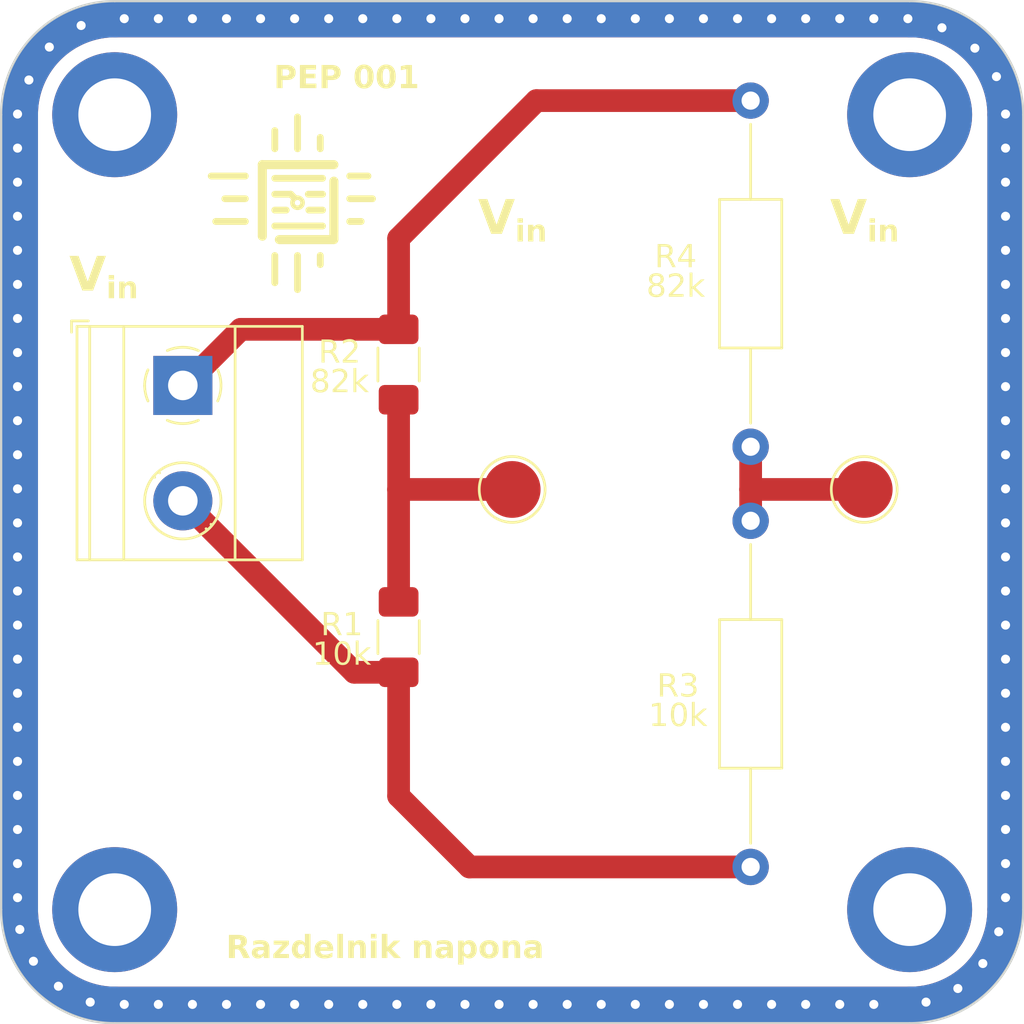
<source format=kicad_pcb>
(kicad_pcb (version 20241229) (generator "pcbnew") (generator_version "9.0")
  (layers (0 "F.Cu" signal) (2 "B.Cu" signal) (13 "F.Paste" user) (15 "B.Paste" user) (5 "F.SilkS" user "F.Silkscreen") (7 "B.SilkS" user "B.Silkscreen") (1 "F.Mask" user) (3 "B.Mask" user) (25 "Edge.Cuts" user))
  (net 0 "")
  (net 1 "Net-(R1-Pad1)")
  (net 2 "0")
  (net 3 "9V")
  (net 4 "Net-(R3-Pad1)")
  (footprint "Resistor_THT:R_Axial_DIN0207_L6.3mm_D2.5mm_P15.24mm_Horizontal" (layer "F.Cu") (at 137 83.88 -90)
    (property "Reference" "R3" (at 7.32 3.2 180) (layer "F.SilkS"))
    (property "Value" "10k" (at 8.62 3.2 180) (layer "F.SilkS"))
    (fp_line (start 4.35 1.37) (end 10.89 1.37) (stroke (width 0.12)) (layer "F.SilkS"))
    (fp_line (start 10.89 1.37) (end 10.89 -1.37) (stroke (width 0.12)) (layer "F.SilkS"))
    (fp_line (start 1.04 0) (end 4.35 0) (stroke (width 0.12)) (layer "F.SilkS"))
    (fp_line (start 14.2 0) (end 10.89 0) (stroke (width 0.12)) (layer "F.SilkS"))
    (fp_line (start 4.35 -1.37) (end 4.35 1.37) (stroke (width 0.12)) (layer "F.SilkS"))
    (fp_line (start 10.89 -1.37) (end 4.35 -1.37) (stroke (width 0.12)) (layer "F.SilkS"))
    (pad "1" thru_hole circle (at 0 0 270) (size 1.6 1.6) (drill 0.8) (layers "*.Cu" "*.Mask") (net 4 "Net-(R3-Pad1)"))
    (pad "2" thru_hole oval (at 15.24 0 270) (size 1.6 1.6) (drill 0.8) (layers "*.Cu" "*.Mask") (net 2 "0"))
  )
  (footprint "Resistor_THT:R_Axial_DIN0207_L6.3mm_D2.5mm_P15.24mm_Horizontal" (layer "F.Cu") (at 137 80.62 90)
    (property "Reference" "R4" (at 8.32 -3.3 180) (layer "F.SilkS"))
    (property "Value" "82k" (at 7.02 -3.3 180) (layer "F.SilkS"))
    (fp_line (start 10.89 -1.37) (end 4.35 -1.37) (stroke (width 0.12)) (layer "F.SilkS"))
    (fp_line (start 4.35 -1.37) (end 4.35 1.37) (stroke (width 0.12)) (layer "F.SilkS"))
    (fp_line (start 14.2 0) (end 10.89 0) (stroke (width 0.12)) (layer "F.SilkS"))
    (fp_line (start 1.04 0) (end 4.35 0) (stroke (width 0.12)) (layer "F.SilkS"))
    (fp_line (start 10.89 1.37) (end 10.89 -1.37) (stroke (width 0.12)) (layer "F.SilkS"))
    (fp_line (start 4.35 1.37) (end 10.89 1.37) (stroke (width 0.12)) (layer "F.SilkS"))
    (pad "1" thru_hole circle (at 0 0 90) (size 1.6 1.6) (drill 0.8) (layers "*.Cu" "*.Mask") (net 4 "Net-(R3-Pad1)"))
    (pad "2" thru_hole oval (at 15.24 0 90) (size 1.6 1.6) (drill 0.8) (layers "*.Cu" "*.Mask") (net 3 "9V"))
  )
  (footprint "TestPoint:TestPoint_Pad_D2.5mm" (layer "F.Cu") (at 126.5 82.5)
    (property "Reference" "TP2" (hide yes))
    (property "Value" "TestPoint")
    (fp_circle (center 0 0) (end 0 1.45) (stroke (width 0.12)) (fill no) (layer "F.SilkS"))
    (pad "1" smd circle (at 0 0) (size 2.5 2.5) (layers "F.Cu" "F.Mask") (net 1 "Net-(R1-Pad1)"))
  )
  (footprint "MountingHole:MountingHole_3.2mm_M3_ISO14580_Pad_TopBottom" (layer "F.Cu") (at 144 66)
    (property "Reference" "H3" (hide yes))
    (property "Value" "MountingHole")
    (pad "1" thru_hole circle (at 0 0) (size 3.6 3.6) (drill 3.2) (layers "*.Cu" "*.Mask"))
    (pad "1" connect circle (at 0 0) (size 5.5 5.5) (layers "F.Cu" "F.Mask"))
    (pad "1" connect circle (at 0 0) (size 5.5 5.5) (layers "B.Cu" "B.Mask"))
  )
  (footprint "MountingHole:MountingHole_3.2mm_M3_ISO14580_Pad_TopBottom" (layer "F.Cu") (at 144 101)
    (property "Reference" "H4" (hide yes))
    (property "Value" "MountingHole")
    (pad "1" thru_hole circle (at 0 0) (size 3.6 3.6) (drill 3.2) (layers "*.Cu" "*.Mask"))
    (pad "1" connect circle (at 0 0) (size 5.5 5.5) (layers "F.Cu" "F.Mask"))
    (pad "1" connect circle (at 0 0) (size 5.5 5.5) (layers "B.Cu" "B.Mask"))
  )
  (footprint "Resistor_SMD:R_1206_3216Metric_Pad1.30x1.75mm_HandSolder" (layer "F.Cu") (at 121.5 77 -90)
    (property "Reference" "R2" (at -0.5 2.6 180) (layer "F.SilkS"))
    (property "Value" "82k" (at 0.8 2.6 180) (layer "F.SilkS"))
    (fp_line (start -0.727064 0.91) (end 0.727064 0.91) (stroke (width 0.12)) (layer "F.SilkS"))
    (fp_line (start -0.727064 -0.91) (end 0.727064 -0.91) (stroke (width 0.12)) (layer "F.SilkS"))
    (pad "1" smd roundrect (at -1.55 0 270) (size 1.3 1.75) (layers "F.Cu" "F.Mask" "F.Paste") (roundrect_rratio 0.1923076923) (net 3 "9V"))
    (pad "2" smd roundrect (at 1.55 0 270) (size 1.3 1.75) (layers "F.Cu" "F.Mask" "F.Paste") (roundrect_rratio 0.1923076923) (net 1 "Net-(R1-Pad1)"))
  )
  (footprint "TestPoint:TestPoint_Pad_D2.5mm" (layer "F.Cu") (at 142 82.5)
    (property "Reference" "TP1" (hide yes))
    (property "Value" "TestPoint")
    (fp_circle (center 0 0) (end 0 1.45) (stroke (width 0.12)) (fill no) (layer "F.SilkS"))
    (pad "1" smd circle (at 0 0) (size 2.5 2.5) (layers "F.Cu" "F.Mask") (net 4 "Net-(R3-Pad1)"))
  )
  (footprint "MountingHole:MountingHole_3.2mm_M3_ISO14580_Pad_TopBottom" (layer "F.Cu") (at 109 66)
    (property "Reference" "H2" (hide yes))
    (property "Value" "MountingHole")
    (pad "1" thru_hole circle (at 0 0) (size 3.6 3.6) (drill 3.2) (layers "*.Cu" "*.Mask"))
    (pad "1" connect circle (at 0 0) (size 5.5 5.5) (layers "F.Cu" "F.Mask"))
    (pad "1" connect circle (at 0 0) (size 5.5 5.5) (layers "B.Cu" "B.Mask"))
  )
  (footprint "Resistor_SMD:R_1206_3216Metric_Pad1.30x1.75mm_HandSolder" (layer "F.Cu") (at 121.5 89 -90)
    (property "Reference" "R1" (at -0.5 2.5 180) (layer "F.SilkS"))
    (property "Value" "10k" (at 0.8 2.5 180) (layer "F.SilkS"))
    (fp_line (start -0.727064 0.91) (end 0.727064 0.91) (stroke (width 0.12)) (layer "F.SilkS"))
    (fp_line (start -0.727064 -0.91) (end 0.727064 -0.91) (stroke (width 0.12)) (layer "F.SilkS"))
    (pad "1" smd roundrect (at -1.55 0 270) (size 1.3 1.75) (layers "F.Cu" "F.Mask" "F.Paste") (roundrect_rratio 0.1923076923) (net 1 "Net-(R1-Pad1)"))
    (pad "2" smd roundrect (at 1.55 0 270) (size 1.3 1.75) (layers "F.Cu" "F.Mask" "F.Paste") (roundrect_rratio 0.1923076923) (net 2 "0"))
  )
  (footprint "TerminalBlock_Phoenix:TerminalBlock_Phoenix_MKDS-1,5-2-5.08_1x02_P5.08mm_Horizontal" (layer "F.Cu") (at 112 77.92 -90)
    (property "Reference" "J1" (hide yes))
    (property "Value" "Screw_Terminal_01x02")
    (fp_line (start -2.84 4.9) (end -2.34 4.9) (stroke (width 0.12)) (layer "F.SilkS"))
    (fp_line (start -2.6 4.66) (end 7.68 4.66) (stroke (width 0.12)) (layer "F.SilkS"))
    (fp_line (start -2.84 4.16) (end -2.84 4.9) (stroke (width 0.12)) (layer "F.SilkS"))
    (fp_line (start -2.6 4.1) (end 7.68 4.1) (stroke (width 0.12)) (layer "F.SilkS"))
    (fp_line (start -2.6 2.6) (end 7.68 2.6) (stroke (width 0.12)) (layer "F.SilkS"))
    (fp_line (start 4.046 1.239) (end 4.011 1.274) (stroke (width 0.12)) (layer "F.SilkS"))
    (fp_line (start 3.853 1.023) (end 3.806 1.069) (stroke (width 0.12)) (layer "F.SilkS"))
    (fp_line (start 6.355 -1.069) (end 6.308 -1.023) (stroke (width 0.12)) (layer "F.SilkS"))
    (fp_line (start 6.15 -1.275) (end 6.115 -1.239) (stroke (width 0.12)) (layer "F.SilkS"))
    (fp_line (start -2.6 -2.301) (end 7.68 -2.301) (stroke (width 0.12)) (layer "F.SilkS"))
    (fp_line (start -2.6 -5.261) (end -2.6 4.66) (stroke (width 0.12)) (layer "F.SilkS"))
    (fp_line (start -2.6 -5.261) (end 7.68 -5.261) (stroke (width 0.12)) (layer "F.SilkS"))
    (fp_line (start 7.68 -5.261) (end 7.68 4.66) (stroke (width 0.12)) (layer "F.SilkS"))
    (fp_arc (start 0.028805 1.680253) (mid -0.335551 1.646659) (end -0.684 1.535) (stroke (width 0.12)) (layer "F.SilkS"))
    (fp_arc (start 0.683318 1.534756) (mid 0.349292 1.643288) (end 0 1.68) (stroke (width 0.12)) (layer "F.SilkS"))
    (fp_arc (start -1.535427 0.683042) (mid -1.680501 -0.000524) (end -1.535 -0.684) (stroke (width 0.12)) (layer "F.SilkS"))
    (fp_arc (start 1.535427 -0.683042) (mid 1.680501 0.000524) (end 1.535 0.684) (stroke (width 0.12)) (layer "F.SilkS"))
    (fp_arc (start -0.683042 -1.535427) (mid 0.000524 -1.680501) (end 0.684 -1.535) (stroke (width 0.12)) (layer "F.SilkS"))
    (fp_circle (center 5.08 0) (end 6.76 0) (stroke (width 0.12)) (fill no) (layer "F.SilkS"))
    (pad "1" thru_hole rect (at 0 0 270) (size 2.6 2.6) (drill 1.3) (layers "*.Cu" "*.Mask") (net 3 "9V"))
    (pad "2" thru_hole circle (at 5.08 0 270) (size 2.6 2.6) (drill 1.3) (layers "*.Cu" "*.Mask") (net 2 "0"))
  )
  (footprint "MountingHole:MountingHole_3.2mm_M3_ISO14580_Pad_TopBottom" (layer "F.Cu") (at 109 101 -90)
    (property "Reference" "H1" (hide yes))
    (property "Value" "MountingHole")
    (pad "1" thru_hole circle (at 0 0 270) (size 3.6 3.6) (drill 3.2) (layers "*.Cu" "*.Mask"))
    (pad "1" connect circle (at 0 0 270) (size 5.5 5.5) (layers "F.Cu" "F.Mask"))
    (pad "1" connect circle (at 0 0 270) (size 5.5 5.5) (layers "B.Cu" "B.Mask"))
  )
  (footprint "PEP_library:ele_petnica_logo" (layer "F.Cu") (at 117.05 69.876394)
    (property "Reference" "REF**" (hide yes))
    (property "Value" "ele_petnica_logo" (hide yes))
    (fp_line (start -3.8 -1.176394) (end -2.3 -1.176394) (stroke (width 0.3)) (layer "F.SilkS"))
    (fp_line (start -3.6 0.823606) (end -2.3 0.823606) (stroke (width 0.3)) (layer "F.SilkS"))
    (fp_line (start -3.2 -0.176394) (end -2.3 -0.176394) (stroke (width 0.3)) (layer "F.SilkS"))
    (fp_line (start -1.55 -1.676394) (end 1.6 -1.676394) (stroke (width 0.4)) (layer "F.SilkS"))
    (fp_line (start -1.55 1.473606) (end -1.55 -1.676394) (stroke (width 0.4)) (layer "F.SilkS"))
    (fp_line (start -1 -3.176394) (end -1 -2.376394) (stroke (width 0.3)) (layer "F.SilkS"))
    (fp_line (start -1 -1.076394) (end 1.1 -1.076394) (stroke (width 0.3)) (layer "F.SilkS"))
    (fp_line (start -1 -0.376394) (end -0.3 -0.376394) (stroke (width 0.3)) (layer "F.SilkS"))
    (fp_line (start -1 0.323606) (end -0.5 0.323606) (stroke (width 0.3)) (layer "F.SilkS"))
    (fp_line (start -1 1.023606) (end 1.1 1.023606) (stroke (width 0.3)) (layer "F.SilkS"))
    (fp_line (start -1 3.523606) (end -1 2.323606) (stroke (width 0.3)) (layer "F.SilkS"))
    (fp_line (start -0.8 1.623606) (end 1.6 1.623606) (stroke (width 0.4)) (layer "F.SilkS"))
    (fp_line (start -0.3 -0.376394) (end -0.15 -0.226394) (stroke (width 0.3)) (layer "F.SilkS"))
    (fp_line (start 0 -3.776394) (end 0 -2.376394) (stroke (width 0.3)) (layer "F.SilkS"))
    (fp_line (start 0 3.823606) (end 0 2.323606) (stroke (width 0.3)) (layer "F.SilkS"))
    (fp_line (start 0.475 -0.376394) (end 1.1 -0.376394) (stroke (width 0.3)) (layer "F.SilkS"))
    (fp_line (start 0.5 0.323606) (end 1.1 0.323606) (stroke (width 0.3)) (layer "F.SilkS"))
    (fp_line (start 1 -2.876394) (end 1 -2.376394) (stroke (width 0.3)) (layer "F.SilkS"))
    (fp_line (start 1 2.723606) (end 1 2.323606) (stroke (width 0.3)) (layer "F.SilkS"))
    (fp_line (start 1.6 1.573606) (end 1.6 -0.95) (stroke (width 0.4)) (layer "F.SilkS"))
    (fp_line (start 2.8 0.823606) (end 2.3 0.823606) (stroke (width 0.3)) (layer "F.SilkS"))
    (fp_line (start 3.1 -1.176394) (end 2.3 -1.176394) (stroke (width 0.3)) (layer "F.SilkS"))
    (fp_line (start 3.3 -0.176394) (end 2.3 -0.176394) (stroke (width 0.3)) (layer "F.SilkS"))
    (fp_circle (center 0 0) (end 0.2 0.1) (stroke (width 0.2)) (fill no) (layer "F.SilkS"))
  )
  (gr_arc (start 144.022284 61.791989) (mid 146.992115 63.022148) (end 148.222284 65.991989) (stroke (width 1.6)) (layer "F.Cu"))
  (gr_arc (start 109.022284 105.191989) (mid 106.052439 103.961836) (end 104.822284 100.991989) (stroke (width 1.6)) (layer "F.Cu"))
  (gr_line (start 109.022284 61.791989) (end 144.022284 61.791989) (stroke (width 1.6)) (layer "F.Cu"))
  (gr_arc (start 148.222284 100.991989) (mid 146.992133 103.961838) (end 144.022284 105.191989) (stroke (width 1.6)) (layer "F.Cu"))
  (gr_arc (start 104.822284 65.991989) (mid 106.052436 63.022141) (end 109.022284 61.791989) (stroke (width 1.6)) (layer "F.Cu"))
  (gr_line (start 148.222284 100.991989) (end 148.222284 65.991989) (stroke (width 1.6)) (layer "F.Cu"))
  (gr_line (start 104.822284 65.991989) (end 104.822284 100.991989) (stroke (width 1.6)) (layer "F.Cu"))
  (gr_line (start 109.022284 105.191989) (end 144.022284 105.191989) (stroke (width 1.6)) (layer "F.Cu"))
  (gr_line (start 104.822284 65.991989) (end 104.822284 100.991989) (stroke (width 1.6)) (layer "B.Cu"))
  (gr_line (start 148.222284 100.991989) (end 148.222284 65.991989) (stroke (width 1.6)) (layer "B.Cu"))
  (gr_arc (start 109.022284 105.191989) (mid 106.052439 103.961836) (end 104.822284 100.991989) (stroke (width 1.6)) (layer "B.Cu"))
  (gr_arc (start 104.822284 65.991989) (mid 106.052436 63.022141) (end 109.022284 61.791989) (stroke (width 1.6)) (layer "B.Cu"))
  (gr_arc (start 148.222284 100.991989) (mid 146.992133 103.961838) (end 144.022284 105.191989) (stroke (width 1.6)) (layer "B.Cu"))
  (gr_line (start 109.022284 105.191989) (end 144.022284 105.191989) (stroke (width 1.6)) (layer "B.Cu"))
  (gr_line (start 109.022284 61.791989) (end 144.022284 61.791989) (stroke (width 1.6)) (layer "B.Cu"))
  (gr_arc (start 144.022284 61.791989) (mid 146.992115 63.022148) (end 148.222284 65.991989) (stroke (width 1.6)) (layer "B.Cu"))
  (gr_line (start 149 101) (end 148.999998 66) (stroke (width 0.1)) (layer "Edge.Cuts"))
  (gr_arc (start 104 66) (mid 105.464467 62.464467) (end 109 61) (stroke (width 0.1)) (layer "Edge.Cuts"))
  (gr_arc (start 144 61) (mid 147.535533 62.464466) (end 148.999998 66) (stroke (width 0.1)) (layer "Edge.Cuts"))
  (gr_line (start 104 66) (end 104 101) (stroke (width 0.1)) (layer "Edge.Cuts"))
  (gr_arc (start 149 101) (mid 147.535533 104.535533) (end 144 106) (stroke (width 0.1)) (layer "Edge.Cuts"))
  (gr_line (start 109 106) (end 144 106) (stroke (width 0.1)) (layer "Edge.Cuts"))
  (gr_arc (start 109 106) (mid 105.464467 104.535533) (end 104 101) (stroke (width 0.1)) (layer "Edge.Cuts"))
  (gr_line (start 144 61) (end 109 61) (stroke (width 0.1)) (layer "Edge.Cuts"))
  (gr_text "Razdelnik napona\n" (at 113.9 103.3 0) (layer "F.SilkS") (effects (font (size 1 1) (thickness 0.2) (bold yes)) (justify left bottom)))
  (gr_text "V_{in}\n" (at 140.5 71.5 0) (layer "F.SilkS") (effects (font (size 1.5 1.5) (thickness 0.3) (bold yes)) (justify left bottom)))
  (gr_text "V_{in}\n" (at 107 74 0) (layer "F.SilkS") (effects (font (size 1.5 1.5) (thickness 0.3) (bold yes)) (justify left bottom)))
  (gr_text "PEP 001" (at 116 65 0) (layer "F.SilkS") (effects (font (size 1 1) (thickness 0.2) (bold yes)) (justify left bottom)))
  (gr_text "V_{in}\n" (at 125 71.5 0) (layer "F.SilkS") (effects (font (size 1.5 1.5) (thickness 0.3) (bold yes)) (justify left bottom)))
  (via (at 148.222284 79.472141) (size 0.8) (drill 0.4) (layers "F.Cu" "B.Cu") (net 0))
  (via (at 148.222284 91.472141) (size 0.8) (drill 0.4) (layers "F.Cu" "B.Cu") (net 0))
  (via (at 104.722284 97.472141) (size 0.8) (drill 0.4) (layers "F.Cu" "B.Cu") (net 0))
  (via (at 143.922284 61.772141) (size 0.8) (drill 0.4) (layers "F.Cu" "B.Cu") (net 0))
  (via (at 109.422284 61.772141) (size 0.8) (drill 0.4) (layers "F.Cu" "B.Cu") (net 0))
  (via (at 118.422284 105.172141) (size 0.8) (drill 0.4) (layers "F.Cu" "B.Cu") (net 0))
  (via (at 104.722284 100.472141) (size 0.8) (drill 0.4) (layers "F.Cu" "B.Cu") (net 0))
  (via (at 128.922284 105.172141) (size 0.8) (drill 0.4) (layers "F.Cu" "B.Cu") (net 0))
  (via (at 148.222284 97.472141) (size 0.8) (drill 0.4) (layers "F.Cu" "B.Cu") (net 0))
  (via (at 148.222284 86.972141) (size 0.8) (drill 0.4) (layers "F.Cu" "B.Cu") (net 0))
  (via (at 148.222284 94.472141) (size 0.8) (drill 0.4) (layers "F.Cu" "B.Cu") (net 0))
  (via (at 145.422284 62.172141) (size 0.8) (drill 0.4) (layers "F.Cu" "B.Cu") (net 0))
  (via (at 104.722284 76.472141) (size 0.8) (drill 0.4) (layers "F.Cu" "B.Cu") (net 0))
  (via (at 148.222284 67.472141) (size 0.8) (drill 0.4) (layers "F.Cu" "B.Cu") (net 0))
  (via (at 148.222284 95.972141) (size 0.8) (drill 0.4) (layers "F.Cu" "B.Cu") (net 0))
  (via (at 136.422284 61.772141) (size 0.8) (drill 0.4) (layers "F.Cu" "B.Cu") (net 0))
  (via (at 122.922284 61.772141) (size 0.8) (drill 0.4) (layers "F.Cu" "B.Cu") (net 0))
  (via (at 131.922284 105.172141) (size 0.8) (drill 0.4) (layers "F.Cu" "B.Cu") (net 0))
  (via (at 147.922284 101.972141) (size 0.8) (drill 0.4) (layers "F.Cu" "B.Cu") (net 0))
  (via (at 113.922284 61.772141) (size 0.8) (drill 0.4) (layers "F.Cu" "B.Cu") (net 0))
  (via (at 148.222284 100.472141) (size 0.8) (drill 0.4) (layers "F.Cu" "B.Cu") (net 0))
  (via (at 115.422284 105.172141) (size 0.8) (drill 0.4) (layers "F.Cu" "B.Cu") (net 0))
  (via (at 104.722284 73.472141) (size 0.8) (drill 0.4) (layers "F.Cu" "B.Cu") (net 0))
  (via (at 104.722284 74.972141) (size 0.8) (drill 0.4) (layers "F.Cu" "B.Cu") (net 0))
  (via (at 106.122284 63.022141) (size 0.8) (drill 0.4) (layers "F.Cu" "B.Cu") (net 0))
  (via (at 125.922284 61.772141) (size 0.8) (drill 0.4) (layers "F.Cu" "B.Cu") (net 0))
  (via (at 104.722284 86.972141) (size 0.8) (drill 0.4) (layers "F.Cu" "B.Cu") (net 0))
  (via (at 113.922284 105.172141) (size 0.8) (drill 0.4) (layers "F.Cu" "B.Cu") (net 0))
  (via (at 137.922284 61.772141) (size 0.8) (drill 0.4) (layers "F.Cu" "B.Cu") (net 0))
  (via (at 148.222284 70.472141) (size 0.8) (drill 0.4) (layers "F.Cu" "B.Cu") (net 0))
  (via (at 128.922284 61.772141) (size 0.8) (drill 0.4) (layers "F.Cu" "B.Cu") (net 0))
  (via (at 148.222284 68.972141) (size 0.8) (drill 0.4) (layers "F.Cu" "B.Cu") (net 0))
  (via (at 148.222284 65.972141) (size 0.8) (drill 0.4) (layers "F.Cu" "B.Cu") (net 0))
  (via (at 104.722284 85.472141) (size 0.8) (drill 0.4) (layers "F.Cu" "B.Cu") (net 0))
  (via (at 112.422284 61.772141) (size 0.8) (drill 0.4) (layers "F.Cu" "B.Cu") (net 0))
  (via (at 139.422284 105.172141) (size 0.8) (drill 0.4) (layers "F.Cu" "B.Cu") (net 0))
  (via (at 118.422284 61.772141) (size 0.8) (drill 0.4) (layers "F.Cu" "B.Cu") (net 0))
  (via (at 105.422284 103.272141) (size 0.8) (drill 0.4) (layers "F.Cu" "B.Cu") (net 0))
  (via (at 131.922284 61.772141) (size 0.8) (drill 0.4) (layers "F.Cu" "B.Cu") (net 0))
  (via (at 110.922284 61.772141) (size 0.8) (drill 0.4) (layers "F.Cu" "B.Cu") (net 0))
  (via (at 148.222284 71.972141) (size 0.8) (drill 0.4) (layers "F.Cu" "B.Cu") (net 0))
  (via (at 104.722284 89.972141) (size 0.8) (drill 0.4) (layers "F.Cu" "B.Cu") (net 0))
  (via (at 104.722284 83.972141) (size 0.8) (drill 0.4) (layers "F.Cu" "B.Cu") (net 0))
  (via (at 133.422284 61.772141) (size 0.8) (drill 0.4) (layers "F.Cu" "B.Cu") (net 0))
  (via (at 104.722284 88.472141) (size 0.8) (drill 0.4) (layers "F.Cu" "B.Cu") (net 0))
  (via (at 109.422284 105.172141) (size 0.8) (drill 0.4) (layers "F.Cu" "B.Cu") (net 0))
  (via (at 104.822284 101.872141) (size 0.8) (drill 0.4) (layers "F.Cu" "B.Cu") (net 0))
  (via (at 116.922284 61.772141) (size 0.8) (drill 0.4) (layers "F.Cu" "B.Cu") (net 0))
  (via (at 148.222284 82.472141) (size 0.8) (drill 0.4) (layers "F.Cu" "B.Cu") (net 0))
  (via (at 148.222284 80.972141) (size 0.8) (drill 0.4) (layers "F.Cu" "B.Cu") (net 0))
  (via (at 137.922284 105.172141) (size 0.8) (drill 0.4) (layers "F.Cu" "B.Cu") (net 0))
  (via (at 148.222284 89.972141) (size 0.8) (drill 0.4) (layers "F.Cu" "B.Cu") (net 0))
  (via (at 133.422284 105.172141) (size 0.8) (drill 0.4) (layers "F.Cu" "B.Cu") (net 0))
  (via (at 115.422284 61.772141) (size 0.8) (drill 0.4) (layers "F.Cu" "B.Cu") (net 0))
  (via (at 127.422284 105.172141) (size 0.8) (drill 0.4) (layers "F.Cu" "B.Cu") (net 0))
  (via (at 147.822284 64.322141) (size 0.8) (drill 0.4) (layers "F.Cu" "B.Cu") (net 0))
  (via (at 147.222284 103.372141) (size 0.8) (drill 0.4) (layers "F.Cu" "B.Cu") (net 0))
  (via (at 104.722284 94.472141) (size 0.8) (drill 0.4) (layers "F.Cu" "B.Cu") (net 0))
  (via (at 148.222284 73.472141) (size 0.8) (drill 0.4) (layers "F.Cu" "B.Cu") (net 0))
  (via (at 104.722284 82.472141) (size 0.8) (drill 0.4) (layers "F.Cu" "B.Cu") (net 0))
  (via (at 104.722284 91.472141) (size 0.8) (drill 0.4) (layers "F.Cu" "B.Cu") (net 0))
  (via (at 139.422284 61.772141) (size 0.8) (drill 0.4) (layers "F.Cu" "B.Cu") (net 0))
  (via (at 104.722284 98.972141) (size 0.8) (drill 0.4) (layers "F.Cu" "B.Cu") (net 0))
  (via (at 148.222284 92.972141) (size 0.8) (drill 0.4) (layers "F.Cu" "B.Cu") (net 0))
  (via (at 144.722284 105.072141) (size 0.8) (drill 0.4) (layers "F.Cu" "B.Cu") (net 0))
  (via (at 142.422284 105.172141) (size 0.8) (drill 0.4) (layers "F.Cu" "B.Cu") (net 0))
  (via (at 121.422284 61.772141) (size 0.8) (drill 0.4) (layers "F.Cu" "B.Cu") (net 0))
  (via (at 104.722284 70.472141) (size 0.8) (drill 0.4) (layers "F.Cu" "B.Cu") (net 0))
  (via (at 146.872284 63.072141) (size 0.8) (drill 0.4) (layers "F.Cu" "B.Cu") (net 0))
  (via (at 116.922284 105.172141) (size 0.8) (drill 0.4) (layers "F.Cu" "B.Cu") (net 0))
  (via (at 127.422284 61.772141) (size 0.8) (drill 0.4) (layers "F.Cu" "B.Cu") (net 0))
  (via (at 148.222284 85.472141) (size 0.8) (drill 0.4) (layers "F.Cu" "B.Cu") (net 0))
  (via (at 122.922284 105.172141) (size 0.8) (drill 0.4) (layers "F.Cu" "B.Cu") (net 0))
  (via (at 104.722284 79.472141) (size 0.8) (drill 0.4) (layers "F.Cu" "B.Cu") (net 0))
  (via (at 125.922284 105.172141) (size 0.8) (drill 0.4) (layers "F.Cu" "B.Cu") (net 0))
  (via (at 146.122284 104.472141) (size 0.8) (drill 0.4) (layers "F.Cu" "B.Cu") (net 0))
  (via (at 136.422284 105.172141) (size 0.8) (drill 0.4) (layers "F.Cu" "B.Cu") (net 0))
  (via (at 104.722284 77.972141) (size 0.8) (drill 0.4) (layers "F.Cu" "B.Cu") (net 0))
  (via (at 104.722284 67.472141) (size 0.8) (drill 0.4) (layers "F.Cu" "B.Cu") (net 0))
  (via (at 148.222284 74.972141) (size 0.8) (drill 0.4) (layers "F.Cu" "B.Cu") (net 0))
  (via (at 104.722284 68.972141) (size 0.8) (drill 0.4) (layers "F.Cu" "B.Cu") (net 0))
  (via (at 148.222284 98.972141) (size 0.8) (drill 0.4) (layers "F.Cu" "B.Cu") (net 0))
  (via (at 110.922284 105.172141) (size 0.8) (drill 0.4) (layers "F.Cu" "B.Cu") (net 0))
  (via (at 104.722284 92.972141) (size 0.8) (drill 0.4) (layers "F.Cu" "B.Cu") (net 0))
  (via (at 124.422284 105.172141) (size 0.8) (drill 0.4) (layers "F.Cu" "B.Cu") (net 0))
  (via (at 104.722284 71.972141) (size 0.8) (drill 0.4) (layers "F.Cu" "B.Cu") (net 0))
  (via (at 112.422284 105.172141) (size 0.8) (drill 0.4) (layers "F.Cu" "B.Cu") (net 0))
  (via (at 134.922284 61.772141) (size 0.8) (drill 0.4) (layers "F.Cu" "B.Cu") (net 0))
  (via (at 107.522284 62.072141) (size 0.8) (drill 0.4) (layers "F.Cu" "B.Cu") (net 0))
  (via (at 104.722284 80.972141) (size 0.8) (drill 0.4) (layers "F.Cu" "B.Cu") (net 0))
  (via (at 105.222284 64.472141) (size 0.8) (drill 0.4) (layers "F.Cu" "B.Cu") (net 0))
  (via (at 119.922284 61.772141) (size 0.8) (drill 0.4) (layers "F.Cu" "B.Cu") (net 0))
  (via (at 104.722284 95.972141) (size 0.8) (drill 0.4) (layers "F.Cu" "B.Cu") (net 0))
  (via (at 119.922284 105.172141) (size 0.8) (drill 0.4) (layers "F.Cu" "B.Cu") (net 0))
  (via (at 134.922284 105.172141) (size 0.8) (drill 0.4) (layers "F.Cu" "B.Cu") (net 0))
  (via (at 140.922284 61.772141) (size 0.8) (drill 0.4) (layers "F.Cu" "B.Cu") (net 0))
  (via (at 106.522284 104.372141) (size 0.8) (drill 0.4) (layers "F.Cu" "B.Cu") (net 0))
  (via (at 148.222284 77.972141) (size 0.8) (drill 0.4) (layers "F.Cu" "B.Cu") (net 0))
  (via (at 130.422284 105.172141) (size 0.8) (drill 0.4) (layers "F.Cu" "B.Cu") (net 0))
  (via (at 124.422284 61.772141) (size 0.8) (drill 0.4) (layers "F.Cu" "B.Cu") (net 0))
  (via (at 121.422284 105.172141) (size 0.8) (drill 0.4) (layers "F.Cu" "B.Cu") (net 0))
  (via (at 148.222284 83.972141) (size 0.8) (drill 0.4) (layers "F.Cu" "B.Cu") (net 0))
  (via (at 142.422284 61.772141) (size 0.8) (drill 0.4) (layers "F.Cu" "B.Cu") (net 0))
  (via (at 140.922284 105.172141) (size 0.8) (drill 0.4) (layers "F.Cu" "B.Cu") (net 0))
  (via (at 148.222284 76.472141) (size 0.8) (drill 0.4) (layers "F.Cu" "B.Cu") (net 0))
  (via (at 148.222284 88.472141) (size 0.8) (drill 0.4) (layers "F.Cu" "B.Cu") (net 0))
  (via (at 104.722284 65.972141) (size 0.8) (drill 0.4) (layers "F.Cu" "B.Cu") (net 0))
  (via (at 130.422284 61.772141) (size 0.8) (drill 0.4) (layers "F.Cu" "B.Cu") (net 0))
  (via (at 107.922284 105.072141) (size 0.8) (drill 0.4) (layers "F.Cu" "B.Cu") (net 0))
  (segment (start 121.5 87.45) (end 121.5 82.5) (width 1) (layer "F.Cu") (net 1))
  (segment (start 121.5 78.55) (end 121.5 82.5) (width 1) (layer "F.Cu") (net 1))
  (segment (start 126.5 82.5) (end 121.5 82.5) (width 1) (layer "F.Cu") (net 1))
  (segment (start 121.5 90.55) (end 119.55 90.55) (width 1) (layer "F.Cu") (net 2))
  (segment (start 121.5 96) (end 121.5 90.55) (width 1) (layer "F.Cu") (net 2))
  (segment (start 121.5 96) (end 124.62 99.12) (width 1) (layer "F.Cu") (net 2))
  (segment (start 119.55 90.55) (end 112 83) (width 1) (layer "F.Cu") (net 2))
  (segment (start 124.62 99.12) (end 137 99.12) (width 1) (layer "F.Cu") (net 2))
  (segment (start 121.5 75.45) (end 121.5 71.45) (width 1) (layer "F.Cu") (net 3))
  (segment (start 114.55 75.45) (end 121.5 75.45) (width 1) (layer "F.Cu") (net 3))
  (segment (start 112 77.92) (end 112.08 77.92) (width 1) (layer "F.Cu") (net 3))
  (segment (start 127.57 65.38) (end 137 65.38) (width 1) (layer "F.Cu") (net 3))
  (segment (start 121.5 71.45) (end 127.57 65.38) (width 1) (layer "F.Cu") (net 3))
  (segment (start 112.08 77.92) (end 114.55 75.45) (width 1) (layer "F.Cu") (net 3))
  (segment (start 137 82.5) (end 137 80.62) (width 1) (layer "F.Cu") (net 4))
  (segment (start 137 83.88) (end 137 82.5) (width 1) (layer "F.Cu") (net 4))
  (segment (start 142.5 82.5) (end 137 82.5) (width 1) (layer "F.Cu") (net 4))
)
</source>
